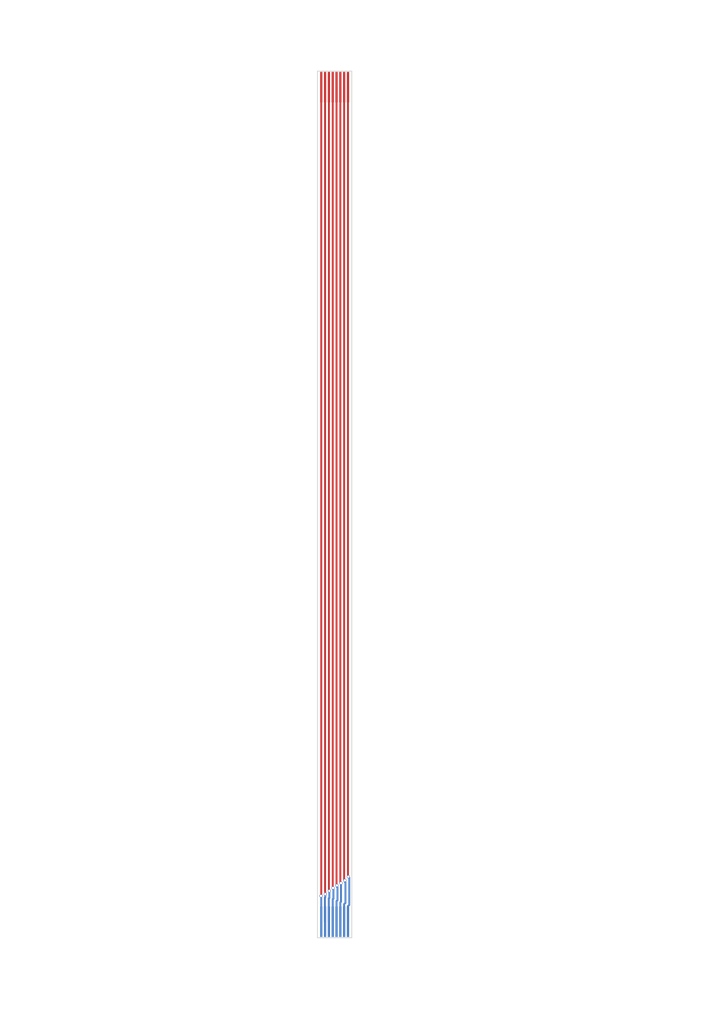
<source format=kicad_pcb>
(kicad_pcb (version 20211014) (generator pcbnew)
  (layers (0 "F.Cu" signal) (31 "B.Cu" signal) (34 "B.Paste" user) (35 "F.Paste" user) (36 "B.SilkS" user "B.Silkscreen") (37 "F.SilkS" user "F.Silkscreen") (38 "B.Mask" user) (39 "F.Mask" user) (44 "Edge.Cuts" user))
  (net 0 "")
  (net 1 "8")
  (net 2 "7")
  (net 3 "6")
  (net 4 "5")
  (net 5 "4")
  (net 6 "3")
  (net 7 "2")
  (net 8 "1")
  (footprint "STS_connector:flexpcb con." (layer "F.Cu") (at 107 54.1)
    (fp_text reference "J1" hide)
    (fp_text value "Conn_01x08_Male")
    (pad "1" smd rect (at 0.5 -2) (size 0.3 4) (layers "F.Cu" "F.Paste" "F.Mask") (net 1 "8"))
    (pad "2" smd rect (at 1 -2) (size 0.3 4) (layers "F.Cu" "F.Paste" "F.Mask") (net 2 "7"))
    (pad "3" smd rect (at 1.5 -2) (size 0.3 4) (layers "F.Cu" "F.Paste" "F.Mask") (net 3 "6"))
    (pad "4" smd rect (at 2 -2) (size 0.3 4) (layers "F.Cu" "F.Paste" "F.Mask") (net 4 "5"))
    (pad "5" smd rect (at 2.5 -2) (size 0.3 4) (layers "F.Cu" "F.Paste" "F.Mask") (net 5 "4"))
    (pad "6" smd rect (at 3 -2) (size 0.3 4) (layers "F.Cu" "F.Paste" "F.Mask") (net 6 "3"))
    (pad "7" smd rect (at 3.5 -2) (size 0.3 4) (layers "F.Cu" "F.Paste" "F.Mask") (net 7 "2"))
    (pad "8" smd rect (at 4 -2) (size 0.3 4) (layers "F.Cu" "F.Paste" "F.Mask") (net 8 "1"))
  )
  (footprint "STS_connector:flexpcb con." (layer "B.Cu") (at 111.5 163.5 180)
    (fp_text reference "J2" hide)
    (fp_text value "Conn_01x08_Male")
    (pad "1" smd rect (at 0.5 2 180) (size 0.3 4) (layers "B.Cu" "B.Paste" "B.Mask") (net 8 "1"))
    (pad "2" smd rect (at 1 2 180) (size 0.3 4) (layers "B.Cu" "B.Paste" "B.Mask") (net 7 "2"))
    (pad "3" smd rect (at 1.5 2 180) (size 0.3 4) (layers "B.Cu" "B.Paste" "B.Mask") (net 6 "3"))
    (pad "4" smd rect (at 2 2 180) (size 0.3 4) (layers "B.Cu" "B.Paste" "B.Mask") (net 5 "4"))
    (pad "5" smd rect (at 2.5 2 180) (size 0.3 4) (layers "B.Cu" "B.Paste" "B.Mask") (net 4 "5"))
    (pad "6" smd rect (at 3 2 180) (size 0.3 4) (layers "B.Cu" "B.Paste" "B.Mask") (net 3 "6"))
    (pad "7" smd rect (at 3.5 2 180) (size 0.3 4) (layers "B.Cu" "B.Paste" "B.Mask") (net 2 "7"))
    (pad "8" smd rect (at 4 2 180) (size 0.3 4) (layers "B.Cu" "B.Paste" "B.Mask") (net 1 "8"))
  )
  (gr_line (start 107 50) (end 111.5 50) (layer "Edge.Cuts") (width 0.1))
  (gr_line (start 107 50) (end 107 163.6) (layer "Edge.Cuts") (width 0.1))
  (gr_line (start 111.5 50) (end 111.5 163.6) (layer "Edge.Cuts") (width 0.1))
  (gr_line (start 107 163.6) (end 111.5 163.6) (layer "Edge.Cuts") (width 0.1))
  (segment (start 107.5 52.1) (end 107.5 158.0824) (width 0.25) (layer "F.Cu") (net 1))
  (segment (start 107.5 158.0824) (end 107.4674 158.115) (width 0.25) (layer "F.Cu") (net 1))
  (via (at 107.4674 158.115) (size 0.4) (drill 0.3) (layers "F.Cu" "B.Cu") (net 1))
  (segment (start 107.5 161.5) (end 107.5 158.1476) (width 0.25) (layer "B.Cu") (net 1))
  (segment (start 107.5 158.1476) (end 107.4674 158.115) (width 0.25) (layer "B.Cu") (net 1))
  (segment (start 108 157.53) (end 108.0262 157.5562) (width 0.25) (layer "F.Cu") (net 2))
  (segment (start 108.0262 157.5562) (end 108.0262 157.8864) (width 0.25) (layer "F.Cu") (net 2))
  (segment (start 108 52.1) (end 108 157.53) (width 0.25) (layer "F.Cu") (net 2))
  (via (at 108.0262 157.8864) (size 0.4) (drill 0.3) (layers "F.Cu" "B.Cu") (net 2))
  (segment (start 107.9754 161.4754) (end 108 161.5) (width 0.25) (layer "B.Cu") (net 2))
  (segment (start 107.9754 158.3436) (end 107.9754 161.4754) (width 0.25) (layer "B.Cu") (net 2))
  (segment (start 108.0262 157.8864) (end 108.0262 158.2928) (width 0.25) (layer "B.Cu") (net 2))
  (segment (start 108.0262 158.2928) (end 107.9754 158.3436) (width 0.25) (layer "B.Cu") (net 2))
  (segment (start 108.5 52.1) (end 108.5 157.395) (width 0.25) (layer "F.Cu") (net 3))
  (segment (start 108.5 157.395) (end 108.5596 157.4546) (width 0.25) (layer "F.Cu") (net 3))
  (via (at 108.5596 157.4546) (size 0.4) (drill 0.3) (layers "F.Cu" "B.Cu") (net 3))
  (segment (start 108.4834 158.4452) (end 108.4834 161.4834) (width 0.25) (layer "B.Cu") (net 3))
  (segment (start 108.5596 158.369) (end 108.4834 158.4452) (width 0.25) (layer "B.Cu") (net 3))
  (segment (start 108.5596 157.4546) (end 108.5596 158.369) (width 0.25) (layer "B.Cu") (net 3))
  (segment (start 108.4834 161.4834) (end 108.5 161.5) (width 0.25) (layer "B.Cu") (net 3))
  (segment (start 109 52.1) (end 109 157.0314) (width 0.25) (layer "F.Cu") (net 4))
  (segment (start 109 157.0314) (end 109.0422 157.0736) (width 0.25) (layer "F.Cu") (net 4))
  (via (at 109.0422 157.0736) (size 0.4) (drill 0.3) (layers "F.Cu" "B.Cu") (net 4))
  (segment (start 109 161.5) (end 109 158.5636) (width 0.25) (layer "B.Cu") (net 4))
  (segment (start 109.0422 157.0736) (end 109.0422 157.226) (width 0.25) (layer "B.Cu") (net 4))
  (segment (start 109 158.5636) (end 109.0422 158.5214) (width 0.25) (layer "B.Cu") (net 4))
  (segment (start 109.093 158.4706) (end 109.0422 158.5214) (width 0.25) (layer "B.Cu") (net 4))
  (segment (start 109.0422 157.226) (end 109.093 157.2768) (width 0.25) (layer "B.Cu") (net 4))
  (segment (start 109.093 157.2768) (end 109.093 158.4706) (width 0.25) (layer "B.Cu") (net 4))
  (segment (start 109.5 156.6932) (end 109.5502 156.7434) (width 0.25) (layer "F.Cu") (net 5))
  (segment (start 109.5 52.1) (end 109.5 156.6932) (width 0.25) (layer "F.Cu") (net 5))
  (via (at 109.5502 156.7434) (size 0.4) (drill 0.3) (layers "F.Cu" "B.Cu") (net 5))
  (segment (start 109.6264 158.6738) (end 109.6264 156.9974) (width 0.25) (layer "B.Cu") (net 5))
  (segment (start 109.5502 156.7434) (end 109.5502 156.9212) (width 0.25) (layer "B.Cu") (net 5))
  (segment (start 109.5 158.8002) (end 109.6264 158.6738) (width 0.25) (layer "B.Cu") (net 5))
  (segment (start 109.5 161.5) (end 109.5 158.8002) (width 0.25) (layer "B.Cu") (net 5))
  (segment (start 109.5502 156.9212) (end 109.6264 156.9974) (width 0.25) (layer "B.Cu") (net 5))
  (segment (start 110 52.1) (end 110 156.355) (width 0.25) (layer "F.Cu") (net 6))
  (segment (start 110 156.355) (end 110.0836 156.4386) (width 0.25) (layer "F.Cu") (net 6))
  (via (at 110.0836 156.4386) (size 0.4) (drill 0.3) (layers "F.Cu" "B.Cu") (net 6))
  (segment (start 110 161.5) (end 110 158.9606) (width 0.25) (layer "B.Cu") (net 6))
  (segment (start 110.0836 158.877) (end 110.0836 156.4386) (width 0.25) (layer "B.Cu") (net 6))
  (segment (start 110 158.9606) (end 110.0836 158.877) (width 0.25) (layer "B.Cu") (net 6))
  (segment (start 110.5 52.1) (end 110.5 155.9914) (width 0.25) (layer "F.Cu") (net 7))
  (segment (start 110.5 155.9914) (end 110.5916 156.083) (width 0.25) (layer "F.Cu") (net 7))
  (via (at 110.5916 156.083) (size 0.4) (drill 0.3) (layers "F.Cu" "B.Cu") (net 7))
  (segment (start 110.6678 159.0294) (end 110.6678 156.337) (width 0.25) (layer "B.Cu") (net 7))
  (segment (start 110.6678 156.337) (end 110.5916 156.2608) (width 0.25) (layer "B.Cu") (net 7))
  (segment (start 110.5916 156.2608) (end 110.5916 156.083) (width 0.25) (layer "B.Cu") (net 7))
  (segment (start 110.5 159.1972) (end 110.6678 159.0294) (width 0.25) (layer "B.Cu") (net 7))
  (segment (start 110.5 161.5) (end 110.5 159.1972) (width 0.25) (layer "B.Cu") (net 7))
  (segment (start 111 52.1) (end 111 155.5516) (width 0.25) (layer "F.Cu") (net 8))
  (segment (start 111 155.5516) (end 111.0488 155.6004) (width 0.25) (layer "F.Cu") (net 8))
  (via (at 111.0488 155.6004) (size 0.4) (drill 0.3) (layers "F.Cu" "B.Cu") (net 8))
  (segment (start 111.1758 159.2834) (end 111.1758 155.7274) (width 0.25) (layer "B.Cu") (net 8))
  (segment (start 111 159.4592) (end 111.1758 159.2834) (width 0.25) (layer "B.Cu") (net 8))
  (segment (start 111.1758 155.7274) (end 111.0488 155.6004) (width 0.25) (layer "B.Cu") (net 8))
  (segment (start 111 161.5) (end 111 159.4592) (width 0.25) (layer "B.Cu") (net 8))
)
</source>
